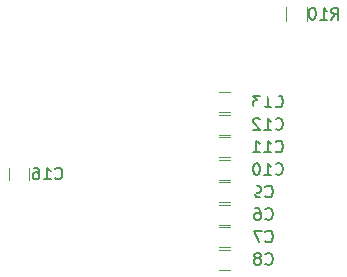
<source format=gbo>
%TF.GenerationSoftware,KiCad,Pcbnew,4.0.6*%
%TF.CreationDate,2017-04-05T20:33:35-07:00*%
%TF.ProjectId,wavegen,7761766567656E2E6B696361645F7063,rev?*%
%TF.FileFunction,Legend,Bot*%
%FSLAX46Y46*%
G04 Gerber Fmt 4.6, Leading zero omitted, Abs format (unit mm)*
G04 Created by KiCad (PCBNEW 4.0.6) date 04/05/17 20:33:35*
%MOMM*%
%LPD*%
G01*
G04 APERTURE LIST*
%ADD10C,0.100000*%
%ADD11C,0.120000*%
%ADD12C,0.150000*%
%ADD13C,3.900000*%
%ADD14R,1.900000X1.650000*%
%ADD15R,1.650000X1.900000*%
%ADD16O,1.650000X1.350000*%
%ADD17O,1.400000X1.950000*%
%ADD18C,2.600000*%
%ADD19C,2.400000*%
%ADD20R,2.100000X2.100000*%
%ADD21O,2.100000X2.100000*%
%ADD22R,1.700000X1.900000*%
%ADD23C,1.000000*%
G04 APERTURE END LIST*
D10*
D11*
X90305000Y-82716000D02*
X91305000Y-82716000D01*
X91305000Y-84416000D02*
X90305000Y-84416000D01*
X90305000Y-84621000D02*
X91305000Y-84621000D01*
X91305000Y-86321000D02*
X90305000Y-86321000D01*
X90305000Y-86526000D02*
X91305000Y-86526000D01*
X91305000Y-88226000D02*
X90305000Y-88226000D01*
X90305000Y-80811000D02*
X91305000Y-80811000D01*
X91305000Y-82511000D02*
X90305000Y-82511000D01*
X90305000Y-78906000D02*
X91305000Y-78906000D01*
X91305000Y-80606000D02*
X90305000Y-80606000D01*
X90305000Y-77001000D02*
X91305000Y-77001000D01*
X91305000Y-78701000D02*
X90305000Y-78701000D01*
X90305000Y-75096000D02*
X91305000Y-75096000D01*
X91305000Y-76796000D02*
X90305000Y-76796000D01*
X90305000Y-73191000D02*
X91305000Y-73191000D01*
X91305000Y-74891000D02*
X90305000Y-74891000D01*
X72556000Y-80637000D02*
X72556000Y-79637000D01*
X74256000Y-79637000D02*
X74256000Y-80637000D01*
X97781000Y-67211500D02*
X97781000Y-66011500D01*
X96021000Y-66011500D02*
X96021000Y-67211500D01*
D12*
X94273666Y-83923143D02*
X94321285Y-83970762D01*
X94464142Y-84018381D01*
X94559380Y-84018381D01*
X94702238Y-83970762D01*
X94797476Y-83875524D01*
X94845095Y-83780286D01*
X94892714Y-83589810D01*
X94892714Y-83446952D01*
X94845095Y-83256476D01*
X94797476Y-83161238D01*
X94702238Y-83066000D01*
X94559380Y-83018381D01*
X94464142Y-83018381D01*
X94321285Y-83066000D01*
X94273666Y-83113619D01*
X93416523Y-83018381D02*
X93607000Y-83018381D01*
X93702238Y-83066000D01*
X93749857Y-83113619D01*
X93845095Y-83256476D01*
X93892714Y-83446952D01*
X93892714Y-83827905D01*
X93845095Y-83923143D01*
X93797476Y-83970762D01*
X93702238Y-84018381D01*
X93511761Y-84018381D01*
X93416523Y-83970762D01*
X93368904Y-83923143D01*
X93321285Y-83827905D01*
X93321285Y-83589810D01*
X93368904Y-83494571D01*
X93416523Y-83446952D01*
X93511761Y-83399333D01*
X93702238Y-83399333D01*
X93797476Y-83446952D01*
X93845095Y-83494571D01*
X93892714Y-83589810D01*
X94273666Y-85828143D02*
X94321285Y-85875762D01*
X94464142Y-85923381D01*
X94559380Y-85923381D01*
X94702238Y-85875762D01*
X94797476Y-85780524D01*
X94845095Y-85685286D01*
X94892714Y-85494810D01*
X94892714Y-85351952D01*
X94845095Y-85161476D01*
X94797476Y-85066238D01*
X94702238Y-84971000D01*
X94559380Y-84923381D01*
X94464142Y-84923381D01*
X94321285Y-84971000D01*
X94273666Y-85018619D01*
X93940333Y-84923381D02*
X93273666Y-84923381D01*
X93702238Y-85923381D01*
X94273666Y-87733143D02*
X94321285Y-87780762D01*
X94464142Y-87828381D01*
X94559380Y-87828381D01*
X94702238Y-87780762D01*
X94797476Y-87685524D01*
X94845095Y-87590286D01*
X94892714Y-87399810D01*
X94892714Y-87256952D01*
X94845095Y-87066476D01*
X94797476Y-86971238D01*
X94702238Y-86876000D01*
X94559380Y-86828381D01*
X94464142Y-86828381D01*
X94321285Y-86876000D01*
X94273666Y-86923619D01*
X93702238Y-87256952D02*
X93797476Y-87209333D01*
X93845095Y-87161714D01*
X93892714Y-87066476D01*
X93892714Y-87018857D01*
X93845095Y-86923619D01*
X93797476Y-86876000D01*
X93702238Y-86828381D01*
X93511761Y-86828381D01*
X93416523Y-86876000D01*
X93368904Y-86923619D01*
X93321285Y-87018857D01*
X93321285Y-87066476D01*
X93368904Y-87161714D01*
X93416523Y-87209333D01*
X93511761Y-87256952D01*
X93702238Y-87256952D01*
X93797476Y-87304571D01*
X93845095Y-87352190D01*
X93892714Y-87447429D01*
X93892714Y-87637905D01*
X93845095Y-87733143D01*
X93797476Y-87780762D01*
X93702238Y-87828381D01*
X93511761Y-87828381D01*
X93416523Y-87780762D01*
X93368904Y-87733143D01*
X93321285Y-87637905D01*
X93321285Y-87447429D01*
X93368904Y-87352190D01*
X93416523Y-87304571D01*
X93511761Y-87256952D01*
X94273666Y-82018143D02*
X94321285Y-82065762D01*
X94464142Y-82113381D01*
X94559380Y-82113381D01*
X94702238Y-82065762D01*
X94797476Y-81970524D01*
X94845095Y-81875286D01*
X94892714Y-81684810D01*
X94892714Y-81541952D01*
X94845095Y-81351476D01*
X94797476Y-81256238D01*
X94702238Y-81161000D01*
X94559380Y-81113381D01*
X94464142Y-81113381D01*
X94321285Y-81161000D01*
X94273666Y-81208619D01*
X93797476Y-82113381D02*
X93607000Y-82113381D01*
X93511761Y-82065762D01*
X93464142Y-82018143D01*
X93368904Y-81875286D01*
X93321285Y-81684810D01*
X93321285Y-81303857D01*
X93368904Y-81208619D01*
X93416523Y-81161000D01*
X93511761Y-81113381D01*
X93702238Y-81113381D01*
X93797476Y-81161000D01*
X93845095Y-81208619D01*
X93892714Y-81303857D01*
X93892714Y-81541952D01*
X93845095Y-81637190D01*
X93797476Y-81684810D01*
X93702238Y-81732429D01*
X93511761Y-81732429D01*
X93416523Y-81684810D01*
X93368904Y-81637190D01*
X93321285Y-81541952D01*
X95130857Y-80113143D02*
X95178476Y-80160762D01*
X95321333Y-80208381D01*
X95416571Y-80208381D01*
X95559429Y-80160762D01*
X95654667Y-80065524D01*
X95702286Y-79970286D01*
X95749905Y-79779810D01*
X95749905Y-79636952D01*
X95702286Y-79446476D01*
X95654667Y-79351238D01*
X95559429Y-79256000D01*
X95416571Y-79208381D01*
X95321333Y-79208381D01*
X95178476Y-79256000D01*
X95130857Y-79303619D01*
X94178476Y-80208381D02*
X94749905Y-80208381D01*
X94464191Y-80208381D02*
X94464191Y-79208381D01*
X94559429Y-79351238D01*
X94654667Y-79446476D01*
X94749905Y-79494095D01*
X93559429Y-79208381D02*
X93464190Y-79208381D01*
X93368952Y-79256000D01*
X93321333Y-79303619D01*
X93273714Y-79398857D01*
X93226095Y-79589333D01*
X93226095Y-79827429D01*
X93273714Y-80017905D01*
X93321333Y-80113143D01*
X93368952Y-80160762D01*
X93464190Y-80208381D01*
X93559429Y-80208381D01*
X93654667Y-80160762D01*
X93702286Y-80113143D01*
X93749905Y-80017905D01*
X93797524Y-79827429D01*
X93797524Y-79589333D01*
X93749905Y-79398857D01*
X93702286Y-79303619D01*
X93654667Y-79256000D01*
X93559429Y-79208381D01*
X95130857Y-78208143D02*
X95178476Y-78255762D01*
X95321333Y-78303381D01*
X95416571Y-78303381D01*
X95559429Y-78255762D01*
X95654667Y-78160524D01*
X95702286Y-78065286D01*
X95749905Y-77874810D01*
X95749905Y-77731952D01*
X95702286Y-77541476D01*
X95654667Y-77446238D01*
X95559429Y-77351000D01*
X95416571Y-77303381D01*
X95321333Y-77303381D01*
X95178476Y-77351000D01*
X95130857Y-77398619D01*
X94178476Y-78303381D02*
X94749905Y-78303381D01*
X94464191Y-78303381D02*
X94464191Y-77303381D01*
X94559429Y-77446238D01*
X94654667Y-77541476D01*
X94749905Y-77589095D01*
X93226095Y-78303381D02*
X93797524Y-78303381D01*
X93511810Y-78303381D02*
X93511810Y-77303381D01*
X93607048Y-77446238D01*
X93702286Y-77541476D01*
X93797524Y-77589095D01*
X95130857Y-76303143D02*
X95178476Y-76350762D01*
X95321333Y-76398381D01*
X95416571Y-76398381D01*
X95559429Y-76350762D01*
X95654667Y-76255524D01*
X95702286Y-76160286D01*
X95749905Y-75969810D01*
X95749905Y-75826952D01*
X95702286Y-75636476D01*
X95654667Y-75541238D01*
X95559429Y-75446000D01*
X95416571Y-75398381D01*
X95321333Y-75398381D01*
X95178476Y-75446000D01*
X95130857Y-75493619D01*
X94178476Y-76398381D02*
X94749905Y-76398381D01*
X94464191Y-76398381D02*
X94464191Y-75398381D01*
X94559429Y-75541238D01*
X94654667Y-75636476D01*
X94749905Y-75684095D01*
X93797524Y-75493619D02*
X93749905Y-75446000D01*
X93654667Y-75398381D01*
X93416571Y-75398381D01*
X93321333Y-75446000D01*
X93273714Y-75493619D01*
X93226095Y-75588857D01*
X93226095Y-75684095D01*
X93273714Y-75826952D01*
X93845143Y-76398381D01*
X93226095Y-76398381D01*
X95130857Y-74398143D02*
X95178476Y-74445762D01*
X95321333Y-74493381D01*
X95416571Y-74493381D01*
X95559429Y-74445762D01*
X95654667Y-74350524D01*
X95702286Y-74255286D01*
X95749905Y-74064810D01*
X95749905Y-73921952D01*
X95702286Y-73731476D01*
X95654667Y-73636238D01*
X95559429Y-73541000D01*
X95416571Y-73493381D01*
X95321333Y-73493381D01*
X95178476Y-73541000D01*
X95130857Y-73588619D01*
X94178476Y-74493381D02*
X94749905Y-74493381D01*
X94464191Y-74493381D02*
X94464191Y-73493381D01*
X94559429Y-73636238D01*
X94654667Y-73731476D01*
X94749905Y-73779095D01*
X93845143Y-73493381D02*
X93226095Y-73493381D01*
X93559429Y-73874333D01*
X93416571Y-73874333D01*
X93321333Y-73921952D01*
X93273714Y-73969571D01*
X93226095Y-74064810D01*
X93226095Y-74302905D01*
X93273714Y-74398143D01*
X93321333Y-74445762D01*
X93416571Y-74493381D01*
X93702286Y-74493381D01*
X93797524Y-74445762D01*
X93845143Y-74398143D01*
X76461857Y-80494143D02*
X76509476Y-80541762D01*
X76652333Y-80589381D01*
X76747571Y-80589381D01*
X76890429Y-80541762D01*
X76985667Y-80446524D01*
X77033286Y-80351286D01*
X77080905Y-80160810D01*
X77080905Y-80017952D01*
X77033286Y-79827476D01*
X76985667Y-79732238D01*
X76890429Y-79637000D01*
X76747571Y-79589381D01*
X76652333Y-79589381D01*
X76509476Y-79637000D01*
X76461857Y-79684619D01*
X75509476Y-80589381D02*
X76080905Y-80589381D01*
X75795191Y-80589381D02*
X75795191Y-79589381D01*
X75890429Y-79732238D01*
X75985667Y-79827476D01*
X76080905Y-79875095D01*
X74652333Y-79589381D02*
X74842810Y-79589381D01*
X74938048Y-79637000D01*
X74985667Y-79684619D01*
X75080905Y-79827476D01*
X75128524Y-80017952D01*
X75128524Y-80398905D01*
X75080905Y-80494143D01*
X75033286Y-80541762D01*
X74938048Y-80589381D01*
X74747571Y-80589381D01*
X74652333Y-80541762D01*
X74604714Y-80494143D01*
X74557095Y-80398905D01*
X74557095Y-80160810D01*
X74604714Y-80065571D01*
X74652333Y-80017952D01*
X74747571Y-79970333D01*
X74938048Y-79970333D01*
X75033286Y-80017952D01*
X75080905Y-80065571D01*
X75128524Y-80160810D01*
X99855257Y-67051181D02*
X100188591Y-66574990D01*
X100426686Y-67051181D02*
X100426686Y-66051181D01*
X100045733Y-66051181D01*
X99950495Y-66098800D01*
X99902876Y-66146419D01*
X99855257Y-66241657D01*
X99855257Y-66384514D01*
X99902876Y-66479752D01*
X99950495Y-66527371D01*
X100045733Y-66574990D01*
X100426686Y-66574990D01*
X98902876Y-67051181D02*
X99474305Y-67051181D01*
X99188591Y-67051181D02*
X99188591Y-66051181D01*
X99283829Y-66194038D01*
X99379067Y-66289276D01*
X99474305Y-66336895D01*
X98283829Y-66051181D02*
X98188590Y-66051181D01*
X98093352Y-66098800D01*
X98045733Y-66146419D01*
X97998114Y-66241657D01*
X97950495Y-66432133D01*
X97950495Y-66670229D01*
X97998114Y-66860705D01*
X98045733Y-66955943D01*
X98093352Y-67003562D01*
X98188590Y-67051181D01*
X98283829Y-67051181D01*
X98379067Y-67003562D01*
X98426686Y-66955943D01*
X98474305Y-66860705D01*
X98521924Y-66670229D01*
X98521924Y-66432133D01*
X98474305Y-66241657D01*
X98426686Y-66146419D01*
X98379067Y-66098800D01*
X98283829Y-66051181D01*
%LPC*%
D13*
X72390000Y-57150000D03*
X72390000Y-100330000D03*
X115570000Y-100330000D03*
X115570000Y-57150000D03*
D14*
X92055000Y-83566000D03*
X89555000Y-83566000D03*
X92055000Y-85471000D03*
X89555000Y-85471000D03*
X92055000Y-87376000D03*
X89555000Y-87376000D03*
X92055000Y-81661000D03*
X89555000Y-81661000D03*
X92055000Y-79756000D03*
X89555000Y-79756000D03*
X92055000Y-77851000D03*
X89555000Y-77851000D03*
X92055000Y-75946000D03*
X89555000Y-75946000D03*
X92055000Y-74041000D03*
X89555000Y-74041000D03*
D15*
X73406000Y-78887000D03*
X73406000Y-81387000D03*
D16*
X95768800Y-59135000D03*
X90768800Y-59135000D03*
D17*
X96768800Y-56435000D03*
X89768800Y-56435000D03*
D18*
X76073000Y-88265000D03*
X76073000Y-93345000D03*
X70993000Y-93345000D03*
X70993000Y-88265000D03*
D19*
X73533000Y-90805000D03*
D18*
X70993000Y-67818000D03*
X70993000Y-62738000D03*
X76073000Y-62738000D03*
X76073000Y-67818000D03*
D19*
X73533000Y-65278000D03*
D20*
X89154000Y-101854000D03*
D21*
X89154000Y-99314000D03*
X91694000Y-101854000D03*
X91694000Y-99314000D03*
X94234000Y-101854000D03*
X94234000Y-99314000D03*
X96774000Y-101854000D03*
X96774000Y-99314000D03*
X99314000Y-101854000D03*
X99314000Y-99314000D03*
X101854000Y-101854000D03*
X101854000Y-99314000D03*
X104394000Y-101854000D03*
X104394000Y-99314000D03*
X106934000Y-101854000D03*
X106934000Y-99314000D03*
X109474000Y-101854000D03*
X109474000Y-99314000D03*
D20*
X78105000Y-84455000D03*
D21*
X75565000Y-84455000D03*
X73025000Y-84455000D03*
D22*
X96901000Y-65261500D03*
X96901000Y-67961500D03*
D23*
X88011000Y-85471000D03*
X84074000Y-78740000D03*
X92618800Y-60833000D03*
X92583000Y-61595000D03*
X70358000Y-80645000D03*
X92075034Y-70739000D03*
X77470000Y-70485000D03*
X91968800Y-60853800D03*
X91968800Y-61552200D03*
X104140000Y-58420000D03*
X82550000Y-82423000D03*
X107315000Y-80518000D03*
X80645000Y-64770000D03*
X80645000Y-63754000D03*
X80645000Y-62738000D03*
X79756000Y-59055000D03*
X88900000Y-74041000D03*
X96393000Y-82169000D03*
X97663000Y-79883000D03*
X96774000Y-73406000D03*
X94869000Y-73406000D03*
X73787000Y-75692000D03*
X73787000Y-74930000D03*
X75311000Y-75692000D03*
X75311000Y-74930000D03*
X78486000Y-94107000D03*
X84963000Y-89535000D03*
X73924000Y-77744014D03*
X110236000Y-74422000D03*
X104902000Y-75819000D03*
X97394492Y-81472010D03*
X93091000Y-81407000D03*
X93726000Y-74549000D03*
X96774000Y-74422000D03*
X86106000Y-85090000D03*
X86106000Y-80645012D03*
X85217004Y-85090000D03*
X85209216Y-80681165D03*
X92583000Y-95885000D03*
X93472000Y-95885000D03*
X94361000Y-95885000D03*
X95250000Y-95885000D03*
X96139000Y-95885000D03*
X97028000Y-95885000D03*
X97917000Y-95885000D03*
X98806000Y-95885000D03*
X94716000Y-70675500D03*
X81280000Y-74803008D03*
X74549000Y-72644000D03*
X81280004Y-72644000D03*
X75437994Y-72644000D03*
X81280006Y-73787000D03*
X76200000Y-73269000D03*
M02*

</source>
